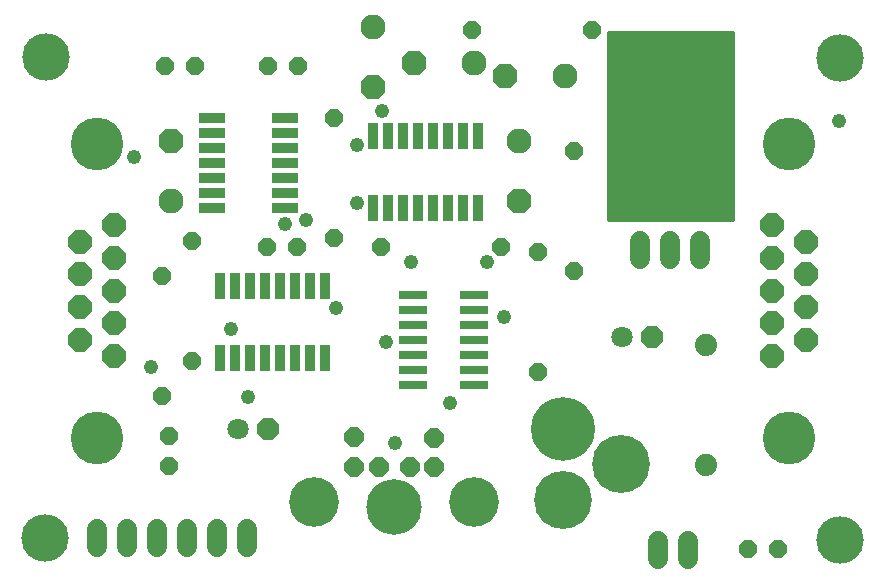
<source format=gts>
G75*
%MOIN*%
%OFA0B0*%
%FSLAX25Y25*%
%IPPOS*%
%LPD*%
%AMOC8*
5,1,8,0,0,1.08239X$1,22.5*
%
%ADD10C,0.15800*%
%ADD11C,0.01600*%
%ADD12OC8,0.07100*%
%ADD13C,0.07100*%
%ADD14OC8,0.06000*%
%ADD15R,0.03400X0.08800*%
%ADD16C,0.06737*%
%ADD17C,0.16548*%
%ADD18OC8,0.06400*%
%ADD19C,0.18516*%
%ADD20R,0.09461X0.03162*%
%ADD21C,0.19304*%
%ADD22C,0.21272*%
%ADD23C,0.07400*%
%ADD24C,0.06800*%
%ADD25C,0.13800*%
%ADD26R,0.08800X0.03400*%
%ADD27C,0.08300*%
%ADD28OC8,0.08300*%
%ADD29OC8,0.07850*%
%ADD30C,0.17550*%
%ADD31C,0.04800*%
D10*
X0025000Y0022500D03*
X0025500Y0183000D03*
X0290000Y0182500D03*
X0290000Y0022000D03*
D11*
X0254000Y0129000D02*
X0213000Y0129000D01*
X0213000Y0191000D01*
X0254000Y0191000D01*
X0254000Y0129000D01*
X0254000Y0130381D02*
X0213000Y0130381D01*
X0213000Y0131979D02*
X0254000Y0131979D01*
X0254000Y0133578D02*
X0213000Y0133578D01*
X0213000Y0135176D02*
X0254000Y0135176D01*
X0254000Y0136775D02*
X0213000Y0136775D01*
X0213000Y0138373D02*
X0254000Y0138373D01*
X0254000Y0139972D02*
X0213000Y0139972D01*
X0213000Y0141570D02*
X0254000Y0141570D01*
X0254000Y0143169D02*
X0213000Y0143169D01*
X0213000Y0144768D02*
X0254000Y0144768D01*
X0254000Y0146366D02*
X0213000Y0146366D01*
X0213000Y0147965D02*
X0254000Y0147965D01*
X0254000Y0149563D02*
X0213000Y0149563D01*
X0213000Y0151162D02*
X0254000Y0151162D01*
X0254000Y0152760D02*
X0213000Y0152760D01*
X0213000Y0154359D02*
X0254000Y0154359D01*
X0254000Y0155957D02*
X0213000Y0155957D01*
X0213000Y0157556D02*
X0254000Y0157556D01*
X0254000Y0159154D02*
X0213000Y0159154D01*
X0213000Y0160753D02*
X0254000Y0160753D01*
X0254000Y0162351D02*
X0213000Y0162351D01*
X0213000Y0163950D02*
X0254000Y0163950D01*
X0254000Y0165548D02*
X0213000Y0165548D01*
X0213000Y0167147D02*
X0254000Y0167147D01*
X0254000Y0168745D02*
X0213000Y0168745D01*
X0213000Y0170344D02*
X0254000Y0170344D01*
X0254000Y0171942D02*
X0213000Y0171942D01*
X0213000Y0173541D02*
X0254000Y0173541D01*
X0254000Y0175139D02*
X0213000Y0175139D01*
X0213000Y0176738D02*
X0254000Y0176738D01*
X0254000Y0178336D02*
X0213000Y0178336D01*
X0213000Y0179935D02*
X0254000Y0179935D01*
X0254000Y0181533D02*
X0213000Y0181533D01*
X0213000Y0183132D02*
X0254000Y0183132D01*
X0254000Y0184730D02*
X0213000Y0184730D01*
X0213000Y0186329D02*
X0254000Y0186329D01*
X0254000Y0187927D02*
X0213000Y0187927D01*
X0213000Y0189526D02*
X0254000Y0189526D01*
D12*
X0227500Y0089500D03*
X0099500Y0059000D03*
D13*
X0089500Y0059000D03*
X0217500Y0089500D03*
D14*
X0189500Y0078000D03*
X0201500Y0111500D03*
X0189500Y0118000D03*
X0177000Y0119500D03*
X0137000Y0119500D03*
X0121500Y0122500D03*
X0109000Y0119500D03*
X0099000Y0119500D03*
X0074000Y0121500D03*
X0064000Y0110000D03*
X0074000Y0081500D03*
X0064000Y0070000D03*
X0066500Y0056500D03*
X0066500Y0046500D03*
X0201500Y0151500D03*
X0207500Y0192000D03*
X0167500Y0192000D03*
X0121500Y0162500D03*
X0109500Y0180000D03*
X0099500Y0180000D03*
X0075000Y0180000D03*
X0065000Y0180000D03*
X0259500Y0019000D03*
X0269500Y0019000D03*
D15*
X0118500Y0082400D03*
X0113500Y0082400D03*
X0108500Y0082400D03*
X0103500Y0082400D03*
X0098500Y0082400D03*
X0093500Y0082400D03*
X0088500Y0082400D03*
X0083500Y0082400D03*
X0083500Y0106600D03*
X0088500Y0106600D03*
X0093500Y0106600D03*
X0098500Y0106600D03*
X0103500Y0106600D03*
X0108500Y0106600D03*
X0113500Y0106600D03*
X0118500Y0106600D03*
X0134500Y0132400D03*
X0139500Y0132400D03*
X0144500Y0132400D03*
X0149500Y0132400D03*
X0154500Y0132400D03*
X0159500Y0132400D03*
X0164500Y0132400D03*
X0169500Y0132400D03*
X0169500Y0156600D03*
X0164500Y0156600D03*
X0159500Y0156600D03*
X0154500Y0156600D03*
X0149500Y0156600D03*
X0144500Y0156600D03*
X0139500Y0156600D03*
X0134500Y0156600D03*
D16*
X0092500Y0025469D02*
X0092500Y0019531D01*
X0082500Y0019531D02*
X0082500Y0025469D01*
X0072500Y0025469D02*
X0072500Y0019531D01*
X0062500Y0019531D02*
X0062500Y0025469D01*
X0052500Y0025469D02*
X0052500Y0019531D01*
X0042500Y0019531D02*
X0042500Y0025469D01*
X0229500Y0021469D02*
X0229500Y0015531D01*
X0239500Y0015531D02*
X0239500Y0021469D01*
D17*
X0168075Y0034453D03*
X0114728Y0034453D03*
D18*
X0128114Y0046264D03*
X0136382Y0046264D03*
X0146618Y0046264D03*
X0154886Y0046264D03*
X0154886Y0055909D03*
X0128114Y0056106D03*
D19*
X0141500Y0033000D03*
D20*
X0147764Y0073500D03*
X0147764Y0078500D03*
X0147764Y0083500D03*
X0147764Y0088500D03*
X0147764Y0093500D03*
X0147764Y0098500D03*
X0147764Y0103500D03*
X0168236Y0103500D03*
X0168236Y0098500D03*
X0168236Y0093500D03*
X0168236Y0088500D03*
X0168236Y0083500D03*
X0168236Y0078500D03*
X0168236Y0073500D03*
D21*
X0217083Y0047323D03*
X0197791Y0035315D03*
D22*
X0197791Y0058937D03*
D23*
X0245500Y0047000D03*
X0245500Y0087000D03*
D24*
X0243500Y0115500D02*
X0243500Y0121500D01*
X0233500Y0121500D02*
X0233500Y0115500D01*
X0223500Y0115500D02*
X0223500Y0121500D01*
D25*
X0233500Y0177500D03*
D26*
X0105100Y0162500D03*
X0105100Y0157500D03*
X0105100Y0152500D03*
X0105100Y0147500D03*
X0105100Y0142500D03*
X0105100Y0137500D03*
X0105100Y0132500D03*
X0080900Y0132500D03*
X0080900Y0137500D03*
X0080900Y0142500D03*
X0080900Y0147500D03*
X0080900Y0152500D03*
X0080900Y0157500D03*
X0080900Y0162500D03*
D27*
X0067000Y0135000D03*
X0134500Y0193000D03*
X0168000Y0181000D03*
X0198500Y0176500D03*
X0183000Y0155000D03*
D28*
X0183000Y0135000D03*
X0134500Y0173000D03*
X0148000Y0181000D03*
X0178500Y0176500D03*
X0067000Y0155000D03*
D29*
X0048005Y0126800D03*
X0036810Y0121350D03*
X0048005Y0115900D03*
X0036810Y0110450D03*
X0048005Y0105000D03*
X0036810Y0099550D03*
X0048005Y0094100D03*
X0036810Y0088650D03*
X0048005Y0083200D03*
X0267495Y0083200D03*
X0278690Y0088650D03*
X0267495Y0094100D03*
X0278690Y0099550D03*
X0267495Y0105000D03*
X0278690Y0110450D03*
X0267495Y0115900D03*
X0278690Y0121350D03*
X0267495Y0126800D03*
D30*
X0273095Y0154000D03*
X0273095Y0056000D03*
X0042405Y0056000D03*
X0042405Y0154000D03*
D31*
X0054800Y0149500D03*
X0105200Y0127100D03*
X0112200Y0128500D03*
X0129000Y0134100D03*
X0147200Y0114500D03*
X0172400Y0114500D03*
X0178000Y0096300D03*
X0138800Y0087900D03*
X0122000Y0099100D03*
X0087000Y0092100D03*
X0060400Y0079500D03*
X0092600Y0069700D03*
X0141600Y0054300D03*
X0160200Y0067500D03*
X0129000Y0153700D03*
X0137400Y0164900D03*
X0289900Y0161700D03*
M02*

</source>
